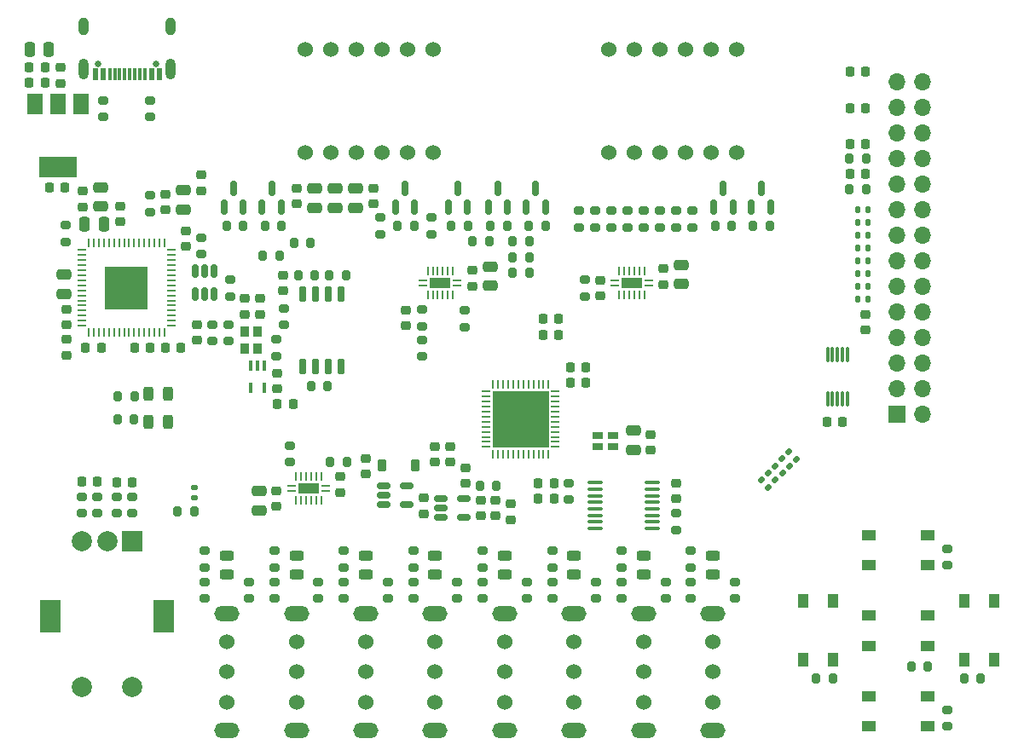
<source format=gbr>
%TF.GenerationSoftware,KiCad,Pcbnew,7.0.7*%
%TF.CreationDate,2024-01-22T13:38:32-08:00*%
%TF.ProjectId,ProgrammaGull_Sandpiper,50726f67-7261-46d6-9d61-47756c6c5f53,rev?*%
%TF.SameCoordinates,Original*%
%TF.FileFunction,Soldermask,Top*%
%TF.FilePolarity,Negative*%
%FSLAX46Y46*%
G04 Gerber Fmt 4.6, Leading zero omitted, Abs format (unit mm)*
G04 Created by KiCad (PCBNEW 7.0.7) date 2024-01-22 13:38:32*
%MOMM*%
%LPD*%
G01*
G04 APERTURE LIST*
G04 Aperture macros list*
%AMRoundRect*
0 Rectangle with rounded corners*
0 $1 Rounding radius*
0 $2 $3 $4 $5 $6 $7 $8 $9 X,Y pos of 4 corners*
0 Add a 4 corners polygon primitive as box body*
4,1,4,$2,$3,$4,$5,$6,$7,$8,$9,$2,$3,0*
0 Add four circle primitives for the rounded corners*
1,1,$1+$1,$2,$3*
1,1,$1+$1,$4,$5*
1,1,$1+$1,$6,$7*
1,1,$1+$1,$8,$9*
0 Add four rect primitives between the rounded corners*
20,1,$1+$1,$2,$3,$4,$5,0*
20,1,$1+$1,$4,$5,$6,$7,0*
20,1,$1+$1,$6,$7,$8,$9,0*
20,1,$1+$1,$8,$9,$2,$3,0*%
G04 Aperture macros list end*
%ADD10C,1.524000*%
%ADD11O,2.500000X1.524000*%
%ADD12R,1.350000X1.100000*%
%ADD13RoundRect,0.200000X-0.275000X0.200000X-0.275000X-0.200000X0.275000X-0.200000X0.275000X0.200000X0*%
%ADD14RoundRect,0.200000X0.275000X-0.200000X0.275000X0.200000X-0.275000X0.200000X-0.275000X-0.200000X0*%
%ADD15RoundRect,0.200000X0.200000X0.275000X-0.200000X0.275000X-0.200000X-0.275000X0.200000X-0.275000X0*%
%ADD16RoundRect,0.048000X-0.152000X0.427000X-0.152000X-0.427000X0.152000X-0.427000X0.152000X0.427000X0*%
%ADD17RoundRect,0.135000X0.135000X0.185000X-0.135000X0.185000X-0.135000X-0.185000X0.135000X-0.185000X0*%
%ADD18RoundRect,0.225000X0.250000X-0.225000X0.250000X0.225000X-0.250000X0.225000X-0.250000X-0.225000X0*%
%ADD19RoundRect,0.225000X-0.250000X0.225000X-0.250000X-0.225000X0.250000X-0.225000X0.250000X0.225000X0*%
%ADD20RoundRect,0.250000X-0.475000X0.250000X-0.475000X-0.250000X0.475000X-0.250000X0.475000X0.250000X0*%
%ADD21RoundRect,0.150000X0.150000X-0.587500X0.150000X0.587500X-0.150000X0.587500X-0.150000X-0.587500X0*%
%ADD22C,0.650000*%
%ADD23R,0.600000X1.150000*%
%ADD24R,0.300000X1.150000*%
%ADD25O,1.000000X2.100000*%
%ADD26O,1.000000X1.800000*%
%ADD27RoundRect,0.225000X-0.225000X-0.250000X0.225000X-0.250000X0.225000X0.250000X-0.225000X0.250000X0*%
%ADD28RoundRect,0.135000X-0.226274X-0.035355X-0.035355X-0.226274X0.226274X0.035355X0.035355X0.226274X0*%
%ADD29RoundRect,0.200000X-0.200000X-0.275000X0.200000X-0.275000X0.200000X0.275000X-0.200000X0.275000X0*%
%ADD30R,1.100000X1.350000*%
%ADD31RoundRect,0.062500X-0.350000X0.062500X-0.350000X-0.062500X0.350000X-0.062500X0.350000X0.062500X0*%
%ADD32RoundRect,0.062500X-0.062500X0.350000X-0.062500X-0.350000X0.062500X-0.350000X0.062500X0.350000X0*%
%ADD33R,2.000000X1.000000*%
%ADD34RoundRect,0.100000X-0.637500X-0.100000X0.637500X-0.100000X0.637500X0.100000X-0.637500X0.100000X0*%
%ADD35RoundRect,0.243750X0.456250X-0.243750X0.456250X0.243750X-0.456250X0.243750X-0.456250X-0.243750X0*%
%ADD36RoundRect,0.135000X-0.135000X-0.185000X0.135000X-0.185000X0.135000X0.185000X-0.135000X0.185000X0*%
%ADD37RoundRect,0.150000X-0.512500X-0.150000X0.512500X-0.150000X0.512500X0.150000X-0.512500X0.150000X0*%
%ADD38RoundRect,0.250000X0.250000X0.475000X-0.250000X0.475000X-0.250000X-0.475000X0.250000X-0.475000X0*%
%ADD39RoundRect,0.250000X0.475000X-0.250000X0.475000X0.250000X-0.475000X0.250000X-0.475000X-0.250000X0*%
%ADD40RoundRect,0.075000X0.075000X-0.650000X0.075000X0.650000X-0.075000X0.650000X-0.075000X-0.650000X0*%
%ADD41O,1.700000X1.700000*%
%ADD42R,1.700000X1.700000*%
%ADD43RoundRect,0.225000X0.225000X0.250000X-0.225000X0.250000X-0.225000X-0.250000X0.225000X-0.250000X0*%
%ADD44RoundRect,0.243750X-0.243750X-0.456250X0.243750X-0.456250X0.243750X0.456250X-0.243750X0.456250X0*%
%ADD45RoundRect,0.062500X-0.062500X0.375000X-0.062500X-0.375000X0.062500X-0.375000X0.062500X0.375000X0*%
%ADD46RoundRect,0.062500X-0.375000X0.062500X-0.375000X-0.062500X0.375000X-0.062500X0.375000X0.062500X0*%
%ADD47R,5.600000X5.600000*%
%ADD48RoundRect,0.135000X-0.185000X0.135000X-0.185000X-0.135000X0.185000X-0.135000X0.185000X0.135000X0*%
%ADD49RoundRect,0.225000X0.225000X0.375000X-0.225000X0.375000X-0.225000X-0.375000X0.225000X-0.375000X0*%
%ADD50RoundRect,0.062500X0.350000X-0.062500X0.350000X0.062500X-0.350000X0.062500X-0.350000X-0.062500X0*%
%ADD51RoundRect,0.062500X0.062500X-0.350000X0.062500X0.350000X-0.062500X0.350000X-0.062500X-0.350000X0*%
%ADD52R,1.500000X2.000000*%
%ADD53R,3.800000X2.000000*%
%ADD54RoundRect,0.218750X0.256250X-0.218750X0.256250X0.218750X-0.256250X0.218750X-0.256250X-0.218750X0*%
%ADD55R,0.900000X1.100000*%
%ADD56RoundRect,0.150000X0.150000X-0.512500X0.150000X0.512500X-0.150000X0.512500X-0.150000X-0.512500X0*%
%ADD57RoundRect,0.062500X-0.062500X0.337500X-0.062500X-0.337500X0.062500X-0.337500X0.062500X0.337500X0*%
%ADD58RoundRect,0.062500X-0.337500X0.062500X-0.337500X-0.062500X0.337500X-0.062500X0.337500X0.062500X0*%
%ADD59R,4.350000X4.350000*%
%ADD60RoundRect,0.150000X0.150000X-0.650000X0.150000X0.650000X-0.150000X0.650000X-0.150000X-0.650000X0*%
%ADD61R,1.000000X0.800000*%
%ADD62R,2.000000X2.000000*%
%ADD63C,2.000000*%
%ADD64R,2.000000X3.200000*%
G04 APERTURE END LIST*
D10*
%TO.C,SW5*%
X59600000Y-88600000D03*
X59600000Y-91600000D03*
X59600000Y-94600000D03*
D11*
X59600000Y-85800000D03*
X59600000Y-97400000D03*
%TD*%
D12*
%TO.C,SW10*%
X109575000Y-94000000D03*
X115425000Y-94000000D03*
X109575000Y-97000000D03*
X115425000Y-97000000D03*
%TD*%
D13*
%TO.C,R12*%
X64300000Y-82675000D03*
X64300000Y-84325000D03*
%TD*%
D14*
%TO.C,R19*%
X89400000Y-84325000D03*
X89400000Y-82675000D03*
%TD*%
D15*
%TO.C,R84*%
X109275000Y-43680000D03*
X107625000Y-43680000D03*
%TD*%
D16*
%TO.C,U2*%
X49500000Y-61200000D03*
X48850000Y-61200000D03*
X48200000Y-61200000D03*
X48200000Y-63400000D03*
X49500000Y-63400000D03*
%TD*%
D13*
%TO.C,R77*%
X36405000Y-74205000D03*
X36405000Y-75855000D03*
%TD*%
D17*
%TO.C,R93*%
X109510000Y-48260000D03*
X108490000Y-48260000D03*
%TD*%
D10*
%TO.C,SW4*%
X66500000Y-88600000D03*
X66500000Y-91600000D03*
X66500000Y-94600000D03*
D11*
X66500000Y-85800000D03*
X66500000Y-97400000D03*
%TD*%
D18*
%TO.C,C28*%
X87900000Y-69575000D03*
X87900000Y-68025000D03*
%TD*%
D14*
%TO.C,R13*%
X68700000Y-84325000D03*
X68700000Y-82675000D03*
%TD*%
%TO.C,R55*%
X43600000Y-81225000D03*
X43600000Y-79575000D03*
%TD*%
D19*
%TO.C,C5*%
X69500000Y-71325000D03*
X69500000Y-72875000D03*
%TD*%
D10*
%TO.C,SW0*%
X94100000Y-88600000D03*
X94100000Y-91600000D03*
X94100000Y-94600000D03*
D11*
X94100000Y-85800000D03*
X94100000Y-97400000D03*
%TD*%
D20*
%TO.C,C57*%
X58590000Y-43600000D03*
X58590000Y-45500000D03*
%TD*%
D14*
%TO.C,R17*%
X82500000Y-84325000D03*
X82500000Y-82675000D03*
%TD*%
D13*
%TO.C,R51*%
X65150000Y-55625000D03*
X65150000Y-57275000D03*
%TD*%
D21*
%TO.C,Q4*%
X67800000Y-45437500D03*
X69700000Y-45437500D03*
X68750000Y-43562500D03*
%TD*%
D22*
%TO.C,P1*%
X38810000Y-31180000D03*
X33030000Y-31180000D03*
D23*
X39120000Y-32255000D03*
X38320000Y-32255000D03*
D24*
X37170000Y-32255000D03*
X36170000Y-32255000D03*
X35670000Y-32255000D03*
X34670000Y-32255000D03*
D23*
X33520000Y-32255000D03*
X32720000Y-32255000D03*
X32720000Y-32255000D03*
X33520000Y-32255000D03*
D24*
X34170000Y-32255000D03*
X35170000Y-32255000D03*
X36670000Y-32255000D03*
X37670000Y-32255000D03*
D23*
X38320000Y-32255000D03*
X39120000Y-32255000D03*
D25*
X40240000Y-31680000D03*
D26*
X40240000Y-27500000D03*
D25*
X31600000Y-31680000D03*
D26*
X31600000Y-27500000D03*
%TD*%
D27*
%TO.C,C39*%
X34850000Y-72740000D03*
X36400000Y-72740000D03*
%TD*%
D14*
%TO.C,R33*%
X46000000Y-58725000D03*
X46000000Y-57075000D03*
%TD*%
D18*
%TO.C,C13*%
X35200000Y-46850000D03*
X35200000Y-45300000D03*
%TD*%
%TO.C,C9*%
X51410000Y-53730000D03*
X51410000Y-52180000D03*
%TD*%
D20*
%TO.C,C58*%
X56550000Y-43600000D03*
X56550000Y-45500000D03*
%TD*%
D18*
%TO.C,C44*%
X109200000Y-57645000D03*
X109200000Y-56095000D03*
%TD*%
D15*
%TO.C,R5*%
X72587500Y-73075000D03*
X70937500Y-73075000D03*
%TD*%
D19*
%TO.C,C16*%
X42800000Y-57125000D03*
X42800000Y-58675000D03*
%TD*%
D15*
%TO.C,R26*%
X120665000Y-92250000D03*
X119015000Y-92250000D03*
%TD*%
D18*
%TO.C,C11*%
X41700000Y-49325000D03*
X41700000Y-47775000D03*
%TD*%
D10*
%TO.C,SW2*%
X80300000Y-88600000D03*
X80300000Y-91600000D03*
X80300000Y-94600000D03*
D11*
X80300000Y-85800000D03*
X80300000Y-97400000D03*
%TD*%
D28*
%TO.C,R25*%
X99549376Y-71839376D03*
X100270624Y-72560624D03*
%TD*%
D29*
%TO.C,R70*%
X62775000Y-47300000D03*
X64425000Y-47300000D03*
%TD*%
D15*
%TO.C,R85*%
X36600000Y-66500000D03*
X34950000Y-66500000D03*
%TD*%
D13*
%TO.C,R16*%
X78100000Y-82675000D03*
X78100000Y-84325000D03*
%TD*%
D30*
%TO.C,SW12*%
X103000000Y-90425000D03*
X103000000Y-84575000D03*
X106000000Y-90425000D03*
X106000000Y-84575000D03*
%TD*%
D19*
%TO.C,C46*%
X29850000Y-58575000D03*
X29850000Y-60125000D03*
%TD*%
D31*
%TO.C,U3*%
X68687500Y-52750000D03*
D32*
X68250000Y-51812500D03*
X67750000Y-51812500D03*
X67250000Y-51812500D03*
X66750000Y-51812500D03*
X66250000Y-51812500D03*
X65750000Y-51812500D03*
D31*
X65312500Y-52750000D03*
X65312500Y-53250000D03*
D32*
X65750000Y-54187500D03*
X66250000Y-54187500D03*
X66750000Y-54187500D03*
X67250000Y-54187500D03*
X67750000Y-54187500D03*
X68250000Y-54187500D03*
D31*
X68687500Y-53250000D03*
D33*
X67000000Y-53000000D03*
%TD*%
D14*
%TO.C,R30*%
X79750000Y-74475000D03*
X79750000Y-72825000D03*
%TD*%
D34*
%TO.C,U9*%
X82350000Y-72800000D03*
X82350000Y-73450000D03*
X82350000Y-74100000D03*
X82350000Y-74750000D03*
X82350000Y-75400000D03*
X82350000Y-76050000D03*
X82350000Y-76700000D03*
X82350000Y-77350000D03*
X88075000Y-77350000D03*
X88075000Y-76700000D03*
X88075000Y-76050000D03*
X88075000Y-75400000D03*
X88075000Y-74750000D03*
X88075000Y-74100000D03*
X88075000Y-73450000D03*
X88075000Y-72800000D03*
%TD*%
D14*
%TO.C,R6*%
X48000000Y-84325000D03*
X48000000Y-82675000D03*
%TD*%
D35*
%TO.C,D9*%
X94100000Y-81937500D03*
X94100000Y-80062500D03*
%TD*%
D36*
%TO.C,R98*%
X108490000Y-49530000D03*
X109510000Y-49530000D03*
%TD*%
D37*
%TO.C,U5*%
X61350000Y-73100000D03*
X61350000Y-74050000D03*
X61350000Y-75000000D03*
X63625000Y-75000000D03*
X63625000Y-73100000D03*
%TD*%
D14*
%TO.C,R9*%
X54900000Y-84325000D03*
X54900000Y-82675000D03*
%TD*%
D15*
%TO.C,R90*%
X75825000Y-51950000D03*
X74175000Y-51950000D03*
%TD*%
D13*
%TO.C,R10*%
X57400000Y-82675000D03*
X57400000Y-84325000D03*
%TD*%
D15*
%TO.C,R83*%
X109275000Y-40640000D03*
X107625000Y-40640000D03*
%TD*%
D38*
%TO.C,C10*%
X33600000Y-47150000D03*
X31700000Y-47150000D03*
%TD*%
D28*
%TO.C,R23*%
X100939376Y-70439376D03*
X101660624Y-71160624D03*
%TD*%
D39*
%TO.C,C15*%
X41500000Y-45650000D03*
X41500000Y-43750000D03*
%TD*%
D14*
%TO.C,R34*%
X43300000Y-50125000D03*
X43300000Y-48475000D03*
%TD*%
D19*
%TO.C,C56*%
X74000000Y-74925000D03*
X74000000Y-76475000D03*
%TD*%
D39*
%TO.C,C27*%
X86150000Y-69550000D03*
X86150000Y-67650000D03*
%TD*%
D14*
%TO.C,R4*%
X33510000Y-36480000D03*
X33510000Y-34830000D03*
%TD*%
%TO.C,R3*%
X38210000Y-36480000D03*
X38210000Y-34830000D03*
%TD*%
D35*
%TO.C,D2*%
X45800000Y-81937500D03*
X45800000Y-80062500D03*
%TD*%
D18*
%TO.C,C55*%
X29850000Y-57125000D03*
X29850000Y-55575000D03*
%TD*%
D27*
%TO.C,C19*%
X79925000Y-62850000D03*
X81475000Y-62850000D03*
%TD*%
%TO.C,C40*%
X105375000Y-66800000D03*
X106925000Y-66800000D03*
%TD*%
D13*
%TO.C,R47*%
X87200000Y-45775000D03*
X87200000Y-47425000D03*
%TD*%
D28*
%TO.C,R29*%
X98850000Y-72550000D03*
X99571248Y-73271248D03*
%TD*%
D21*
%TO.C,Q6*%
X75525000Y-45437500D03*
X77425000Y-45437500D03*
X76475000Y-43562500D03*
%TD*%
D14*
%TO.C,R21*%
X96300000Y-84325000D03*
X96300000Y-82675000D03*
%TD*%
%TO.C,R60*%
X78100000Y-81200000D03*
X78100000Y-79550000D03*
%TD*%
D18*
%TO.C,C37*%
X82850000Y-54225000D03*
X82850000Y-52675000D03*
%TD*%
D40*
%TO.C,U11*%
X105450000Y-64455000D03*
X105950000Y-64455000D03*
X106450000Y-64455000D03*
X106950000Y-64455000D03*
X107450000Y-64455000D03*
X107450000Y-60055000D03*
X106950000Y-60055000D03*
X106450000Y-60055000D03*
X105950000Y-60055000D03*
X105450000Y-60055000D03*
%TD*%
D37*
%TO.C,U4*%
X67062500Y-74375000D03*
X67062500Y-75325000D03*
X67062500Y-76275000D03*
X69337500Y-76275000D03*
X69337500Y-74375000D03*
%TD*%
D39*
%TO.C,C35*%
X72000000Y-53250000D03*
X72000000Y-51350000D03*
%TD*%
D19*
%TO.C,C29*%
X50750000Y-73585000D03*
X50750000Y-75135000D03*
%TD*%
D13*
%TO.C,R75*%
X31400000Y-74205000D03*
X31400000Y-75855000D03*
%TD*%
D27*
%TO.C,C23*%
X76725000Y-74400000D03*
X78275000Y-74400000D03*
%TD*%
D29*
%TO.C,R67*%
X45775000Y-47300000D03*
X47425000Y-47300000D03*
%TD*%
D10*
%TO.C,SW1*%
X87200000Y-88600000D03*
X87200000Y-91600000D03*
X87200000Y-94600000D03*
D11*
X87200000Y-85800000D03*
X87200000Y-97400000D03*
%TD*%
D35*
%TO.C,D6*%
X73400000Y-81937500D03*
X73400000Y-80062500D03*
%TD*%
D29*
%TO.C,R79*%
X113775000Y-91040000D03*
X115425000Y-91040000D03*
%TD*%
D41*
%TO.C,J1*%
X114875000Y-33020000D03*
X112335000Y-33020000D03*
X114875000Y-35560000D03*
X112335000Y-35560000D03*
X114875000Y-38100000D03*
X112335000Y-38100000D03*
X114875000Y-40640000D03*
X112335000Y-40640000D03*
X114875000Y-43180000D03*
X112335000Y-43180000D03*
X114875000Y-45720000D03*
X112335000Y-45720000D03*
X114875000Y-48260000D03*
X112335000Y-48260000D03*
X114875000Y-50800000D03*
X112335000Y-50800000D03*
X114875000Y-53340000D03*
X112335000Y-53340000D03*
X114875000Y-55880000D03*
X112335000Y-55880000D03*
X114875000Y-58420000D03*
X112335000Y-58420000D03*
X114875000Y-60960000D03*
X112335000Y-60960000D03*
X114875000Y-63500000D03*
X112335000Y-63500000D03*
X114875000Y-66040000D03*
D42*
X112335000Y-66040000D03*
%TD*%
D36*
%TO.C,R96*%
X108490000Y-54610000D03*
X109510000Y-54610000D03*
%TD*%
D43*
%TO.C,C47*%
X41250000Y-59400000D03*
X39700000Y-59400000D03*
%TD*%
D19*
%TO.C,C20*%
X68000000Y-69200000D03*
X68000000Y-70750000D03*
%TD*%
%TO.C,C31*%
X57060000Y-72205000D03*
X57060000Y-73755000D03*
%TD*%
D13*
%TO.C,R91*%
X66150000Y-46475000D03*
X66150000Y-48125000D03*
%TD*%
%TO.C,R89*%
X61000000Y-46475000D03*
X61000000Y-48125000D03*
%TD*%
D39*
%TO.C,C33*%
X90950000Y-53050000D03*
X90950000Y-51150000D03*
%TD*%
D29*
%TO.C,R63*%
X40905000Y-75620000D03*
X42555000Y-75620000D03*
%TD*%
D44*
%TO.C,D11*%
X38050000Y-66750000D03*
X39925000Y-66750000D03*
%TD*%
D21*
%TO.C,Q2*%
X49300000Y-45437500D03*
X51200000Y-45437500D03*
X50250000Y-43562500D03*
%TD*%
D45*
%TO.C,U1*%
X77750000Y-63062500D03*
X77250000Y-63062500D03*
X76750000Y-63062500D03*
X76250000Y-63062500D03*
X75750000Y-63062500D03*
X75250000Y-63062500D03*
X74750000Y-63062500D03*
X74250000Y-63062500D03*
X73750000Y-63062500D03*
X73250000Y-63062500D03*
X72750000Y-63062500D03*
X72250000Y-63062500D03*
D46*
X71562500Y-63750000D03*
X71562500Y-64250000D03*
X71562500Y-64750000D03*
X71562500Y-65250000D03*
X71562500Y-65750000D03*
X71562500Y-66250000D03*
X71562500Y-66750000D03*
X71562500Y-67250000D03*
X71562500Y-67750000D03*
X71562500Y-68250000D03*
X71562500Y-68750000D03*
X71562500Y-69250000D03*
D45*
X72250000Y-69937500D03*
X72750000Y-69937500D03*
X73250000Y-69937500D03*
X73750000Y-69937500D03*
X74250000Y-69937500D03*
X74750000Y-69937500D03*
X75250000Y-69937500D03*
X75750000Y-69937500D03*
X76250000Y-69937500D03*
X76750000Y-69937500D03*
X77250000Y-69937500D03*
X77750000Y-69937500D03*
D46*
X78437500Y-69250000D03*
X78437500Y-68750000D03*
X78437500Y-68250000D03*
X78437500Y-67750000D03*
X78437500Y-67250000D03*
X78437500Y-66750000D03*
X78437500Y-66250000D03*
X78437500Y-65750000D03*
X78437500Y-65250000D03*
X78437500Y-64750000D03*
X78437500Y-64250000D03*
X78437500Y-63750000D03*
D47*
X75000000Y-66500000D03*
%TD*%
D48*
%TO.C,R64*%
X42550000Y-73295000D03*
X42550000Y-74315000D03*
%TD*%
D14*
%TO.C,R37*%
X44400000Y-58725000D03*
X44400000Y-57075000D03*
%TD*%
D43*
%TO.C,C46*%
X33325000Y-59400000D03*
X31775000Y-59400000D03*
%TD*%
D13*
%TO.C,R22*%
X117340000Y-79345000D03*
X117340000Y-80995000D03*
%TD*%
%TO.C,R43*%
X80800000Y-45775000D03*
X80800000Y-47425000D03*
%TD*%
D19*
%TO.C,C8*%
X72500000Y-74525000D03*
X72500000Y-76075000D03*
%TD*%
D18*
%TO.C,C14*%
X39700000Y-45675000D03*
X39700000Y-44125000D03*
%TD*%
D13*
%TO.C,R18*%
X85000000Y-82675000D03*
X85000000Y-84325000D03*
%TD*%
D21*
%TO.C,Q8*%
X97900000Y-45437500D03*
X99800000Y-45437500D03*
X98850000Y-43562500D03*
%TD*%
D31*
%TO.C,U12*%
X87687500Y-52750000D03*
D32*
X87250000Y-51812500D03*
X86750000Y-51812500D03*
X86250000Y-51812500D03*
X85750000Y-51812500D03*
X85250000Y-51812500D03*
X84750000Y-51812500D03*
D31*
X84312500Y-52750000D03*
X84312500Y-53250000D03*
D32*
X84750000Y-54187500D03*
X85250000Y-54187500D03*
X85750000Y-54187500D03*
X86250000Y-54187500D03*
X86750000Y-54187500D03*
X87250000Y-54187500D03*
D31*
X87687500Y-53250000D03*
D33*
X86000000Y-53000000D03*
%TD*%
D15*
%TO.C,R86*%
X36650000Y-64200000D03*
X35000000Y-64200000D03*
%TD*%
D19*
%TO.C,C7*%
X90400000Y-72825000D03*
X90400000Y-74375000D03*
%TD*%
D49*
%TO.C,D1*%
X64475000Y-71100000D03*
X61175000Y-71100000D03*
%TD*%
D10*
%TO.C,SW6*%
X52700000Y-88600000D03*
X52700000Y-91600000D03*
X52700000Y-94600000D03*
D11*
X52700000Y-85800000D03*
X52700000Y-97400000D03*
%TD*%
D35*
%TO.C,D7*%
X80300000Y-81937500D03*
X80300000Y-80062500D03*
%TD*%
D13*
%TO.C,R44*%
X82400000Y-45775000D03*
X82400000Y-47425000D03*
%TD*%
D29*
%TO.C,R68*%
X49600000Y-47300000D03*
X51250000Y-47300000D03*
%TD*%
D10*
%TO.C,SW7*%
X45800000Y-88600000D03*
X45800000Y-91600000D03*
X45800000Y-94600000D03*
D11*
X45800000Y-85800000D03*
X45800000Y-97400000D03*
%TD*%
D50*
%TO.C,U13*%
X52235000Y-73610000D03*
D51*
X52672500Y-74547500D03*
X53172500Y-74547500D03*
X53672500Y-74547500D03*
X54172500Y-74547500D03*
X54672500Y-74547500D03*
X55172500Y-74547500D03*
D50*
X55610000Y-73610000D03*
X55610000Y-73110000D03*
D51*
X55172500Y-72172500D03*
X54672500Y-72172500D03*
X54172500Y-72172500D03*
X53672500Y-72172500D03*
X53172500Y-72172500D03*
X52672500Y-72172500D03*
D50*
X52235000Y-73110000D03*
D33*
X53922500Y-73360000D03*
%TD*%
D10*
%TO.C,U8*%
X53600000Y-40000000D03*
X56140000Y-40000000D03*
X58680000Y-40000000D03*
X61220000Y-40000000D03*
X63760000Y-40000000D03*
X66300000Y-40000000D03*
X66300000Y-29740000D03*
X63760000Y-29740000D03*
X61220000Y-29740000D03*
X58680000Y-29740000D03*
X56140000Y-29740000D03*
X53600000Y-29740000D03*
%TD*%
D52*
%TO.C,U15*%
X31350000Y-35150000D03*
X29050000Y-35150000D03*
D53*
X29050000Y-41450000D03*
D52*
X26750000Y-35150000D03*
%TD*%
D27*
%TO.C,C48*%
X77200000Y-56500000D03*
X78750000Y-56500000D03*
%TD*%
D14*
%TO.C,R57*%
X57400000Y-81225000D03*
X57400000Y-79575000D03*
%TD*%
D54*
%TO.C,FB1*%
X31500000Y-45387500D03*
X31500000Y-43812500D03*
%TD*%
D29*
%TO.C,R65*%
X56075000Y-70700000D03*
X57725000Y-70700000D03*
%TD*%
%TO.C,R74*%
X98075000Y-47300000D03*
X99725000Y-47300000D03*
%TD*%
D13*
%TO.C,R76*%
X32950000Y-74205000D03*
X32950000Y-75855000D03*
%TD*%
D21*
%TO.C,Q7*%
X94150000Y-45437500D03*
X96050000Y-45437500D03*
X95100000Y-43562500D03*
%TD*%
D13*
%TO.C,R49*%
X90400000Y-45775000D03*
X90400000Y-47425000D03*
%TD*%
D27*
%TO.C,C22*%
X76725000Y-72900000D03*
X78275000Y-72900000D03*
%TD*%
D14*
%TO.C,R59*%
X71200000Y-81225000D03*
X71200000Y-79575000D03*
%TD*%
D29*
%TO.C,R69*%
X68075000Y-47300000D03*
X69725000Y-47300000D03*
%TD*%
D13*
%TO.C,R31*%
X90400000Y-75825000D03*
X90400000Y-77475000D03*
%TD*%
D15*
%TO.C,R2*%
X71875000Y-48850000D03*
X70225000Y-48850000D03*
%TD*%
D55*
%TO.C,X1*%
X47550000Y-57750000D03*
X47550000Y-59450000D03*
X48850000Y-59450000D03*
X48850000Y-57750000D03*
%TD*%
D19*
%TO.C,C1*%
X29250000Y-31575000D03*
X29250000Y-33125000D03*
%TD*%
D35*
%TO.C,D4*%
X59600000Y-81937500D03*
X59600000Y-80062500D03*
%TD*%
%TO.C,D5*%
X66500000Y-81937500D03*
X66500000Y-80062500D03*
%TD*%
D15*
%TO.C,R40*%
X55825000Y-63200000D03*
X54175000Y-63200000D03*
%TD*%
D56*
%TO.C,U6*%
X42650000Y-54037500D03*
X43600000Y-54037500D03*
X44550000Y-54037500D03*
X44550000Y-51762500D03*
X43600000Y-51762500D03*
X42650000Y-51762500D03*
%TD*%
D36*
%TO.C,R97*%
X108490000Y-52070000D03*
X109510000Y-52070000D03*
%TD*%
D19*
%TO.C,C60*%
X52750000Y-43575000D03*
X52750000Y-45125000D03*
%TD*%
D39*
%TO.C,C12*%
X33300000Y-45350000D03*
X33300000Y-43450000D03*
%TD*%
D14*
%TO.C,R15*%
X75600000Y-84325000D03*
X75600000Y-82675000D03*
%TD*%
D29*
%TO.C,R87*%
X52475000Y-49000000D03*
X54125000Y-49000000D03*
%TD*%
D38*
%TO.C,C25*%
X28100000Y-29750000D03*
X26200000Y-29750000D03*
%TD*%
D57*
%TO.C,U7*%
X39600000Y-49000000D03*
X39100000Y-49000000D03*
X38600000Y-49000000D03*
X38100000Y-49000000D03*
X37600000Y-49000000D03*
X37100000Y-49000000D03*
X36600000Y-49000000D03*
X36100000Y-49000000D03*
X35600000Y-49000000D03*
X35100000Y-49000000D03*
X34600000Y-49000000D03*
X34100000Y-49000000D03*
X33600000Y-49000000D03*
X33100000Y-49000000D03*
X32600000Y-49000000D03*
X32100000Y-49000000D03*
D58*
X31400000Y-49700000D03*
X31400000Y-50200000D03*
X31400000Y-50700000D03*
X31400000Y-51200000D03*
X31400000Y-51700000D03*
X31400000Y-52200000D03*
X31400000Y-52700000D03*
X31400000Y-53200000D03*
X31400000Y-53700000D03*
X31400000Y-54200000D03*
X31400000Y-54700000D03*
X31400000Y-55200000D03*
X31400000Y-55700000D03*
X31400000Y-56200000D03*
X31400000Y-56700000D03*
X31400000Y-57200000D03*
D57*
X32100000Y-57900000D03*
X32600000Y-57900000D03*
X33100000Y-57900000D03*
X33600000Y-57900000D03*
X34100000Y-57900000D03*
X34600000Y-57900000D03*
X35100000Y-57900000D03*
X35600000Y-57900000D03*
X36100000Y-57900000D03*
X36600000Y-57900000D03*
X37100000Y-57900000D03*
X37600000Y-57900000D03*
X38100000Y-57900000D03*
X38600000Y-57900000D03*
X39100000Y-57900000D03*
X39600000Y-57900000D03*
D58*
X40300000Y-57200000D03*
X40300000Y-56700000D03*
X40300000Y-56200000D03*
X40300000Y-55700000D03*
X40300000Y-55200000D03*
X40300000Y-54700000D03*
X40300000Y-54200000D03*
X40300000Y-53700000D03*
X40300000Y-53200000D03*
X40300000Y-52700000D03*
X40300000Y-52200000D03*
X40300000Y-51700000D03*
X40300000Y-51200000D03*
X40300000Y-50700000D03*
X40300000Y-50200000D03*
X40300000Y-49700000D03*
D59*
X35850000Y-53450000D03*
%TD*%
D15*
%TO.C,R54*%
X75825000Y-48850000D03*
X74175000Y-48850000D03*
%TD*%
D13*
%TO.C,R36*%
X46150000Y-52625000D03*
X46150000Y-54275000D03*
%TD*%
D29*
%TO.C,R71*%
X72000000Y-47300000D03*
X73650000Y-47300000D03*
%TD*%
D43*
%TO.C,C43*%
X109225000Y-35570000D03*
X107675000Y-35570000D03*
%TD*%
D14*
%TO.C,R61*%
X85000000Y-81225000D03*
X85000000Y-79575000D03*
%TD*%
D12*
%TO.C,SW9*%
X109575000Y-78000000D03*
X115425000Y-78000000D03*
X109575000Y-81000000D03*
X115425000Y-81000000D03*
%TD*%
D43*
%TO.C,C26*%
X27725000Y-31550000D03*
X26175000Y-31550000D03*
%TD*%
D10*
%TO.C,U10*%
X83700000Y-40000000D03*
X86240000Y-40000000D03*
X88780000Y-40000000D03*
X91320000Y-40000000D03*
X93860000Y-40000000D03*
X96400000Y-40000000D03*
X96400000Y-29740000D03*
X93860000Y-29740000D03*
X91320000Y-29740000D03*
X88780000Y-29740000D03*
X86240000Y-29740000D03*
X83700000Y-29740000D03*
%TD*%
D29*
%TO.C,R35*%
X49375000Y-50250000D03*
X51025000Y-50250000D03*
%TD*%
D13*
%TO.C,R24*%
X117340000Y-95345000D03*
X117340000Y-96995000D03*
%TD*%
D19*
%TO.C,C36*%
X63600000Y-55675000D03*
X63600000Y-57225000D03*
%TD*%
D14*
%TO.C,R58*%
X64300000Y-81225000D03*
X64300000Y-79575000D03*
%TD*%
D12*
%TO.C,SW13*%
X109575000Y-86000000D03*
X115425000Y-86000000D03*
X109575000Y-89000000D03*
X115425000Y-89000000D03*
%TD*%
D19*
%TO.C,C21*%
X66500000Y-69200000D03*
X66500000Y-70750000D03*
%TD*%
D14*
%TO.C,R66*%
X52100000Y-70775000D03*
X52100000Y-69125000D03*
%TD*%
D15*
%TO.C,R41*%
X54525000Y-52200000D03*
X52875000Y-52200000D03*
%TD*%
D60*
%TO.C,U14*%
X53295000Y-61300000D03*
X54565000Y-61300000D03*
X55835000Y-61300000D03*
X57105000Y-61300000D03*
X57105000Y-54100000D03*
X55835000Y-54100000D03*
X54565000Y-54100000D03*
X53295000Y-54100000D03*
%TD*%
D61*
%TO.C,D10*%
X84162500Y-69200000D03*
X82662500Y-69200000D03*
X82662500Y-68100000D03*
X84162500Y-68100000D03*
%TD*%
D27*
%TO.C,C53*%
X50825000Y-65000000D03*
X52375000Y-65000000D03*
%TD*%
D13*
%TO.C,R38*%
X38200000Y-44275000D03*
X38200000Y-45925000D03*
%TD*%
D10*
%TO.C,SW3*%
X73400000Y-88600000D03*
X73400000Y-91600000D03*
X73400000Y-94600000D03*
D11*
X73400000Y-85800000D03*
X73400000Y-97400000D03*
%TD*%
D13*
%TO.C,R8*%
X50500000Y-82675000D03*
X50500000Y-84325000D03*
%TD*%
D29*
%TO.C,R73*%
X94275000Y-47300000D03*
X95925000Y-47300000D03*
%TD*%
D30*
%TO.C,SW11*%
X122000000Y-84575000D03*
X122000000Y-90425000D03*
X119000000Y-84575000D03*
X119000000Y-90425000D03*
%TD*%
D13*
%TO.C,R14*%
X71200000Y-82675000D03*
X71200000Y-84325000D03*
%TD*%
D14*
%TO.C,R32*%
X51500000Y-57125000D03*
X51500000Y-55475000D03*
%TD*%
%TO.C,R11*%
X61800000Y-84325000D03*
X61800000Y-82675000D03*
%TD*%
D19*
%TO.C,C61*%
X60350000Y-43525000D03*
X60350000Y-45075000D03*
%TD*%
D43*
%TO.C,C4*%
X29725000Y-43450000D03*
X28175000Y-43450000D03*
%TD*%
D13*
%TO.C,R7*%
X43600000Y-82675000D03*
X43600000Y-84325000D03*
%TD*%
D28*
%TO.C,R80*%
X100249376Y-71139376D03*
X100970624Y-71860624D03*
%TD*%
D19*
%TO.C,C3*%
X65350000Y-74325000D03*
X65350000Y-75875000D03*
%TD*%
D18*
%TO.C,C2*%
X59630000Y-71955000D03*
X59630000Y-70405000D03*
%TD*%
D21*
%TO.C,Q3*%
X62550000Y-45437500D03*
X64450000Y-45437500D03*
X63500000Y-43562500D03*
%TD*%
D27*
%TO.C,C49*%
X77200000Y-58100000D03*
X78750000Y-58100000D03*
%TD*%
D14*
%TO.C,R62*%
X91900000Y-81225000D03*
X91900000Y-79575000D03*
%TD*%
D18*
%TO.C,C32*%
X89190000Y-53100000D03*
X89190000Y-51550000D03*
%TD*%
D13*
%TO.C,R48*%
X88800000Y-45775000D03*
X88800000Y-47425000D03*
%TD*%
D54*
%TO.C,FB2*%
X43250000Y-43787500D03*
X43250000Y-42212500D03*
%TD*%
D44*
%TO.C,D12*%
X38050000Y-63950000D03*
X39925000Y-63950000D03*
%TD*%
D35*
%TO.C,D8*%
X87200000Y-81937500D03*
X87200000Y-80062500D03*
%TD*%
D43*
%TO.C,C45*%
X109225000Y-42160000D03*
X107675000Y-42160000D03*
%TD*%
D36*
%TO.C,R99*%
X108490000Y-46990000D03*
X109510000Y-46990000D03*
%TD*%
D27*
%TO.C,C18*%
X79925000Y-61350000D03*
X81475000Y-61350000D03*
%TD*%
D14*
%TO.C,R1*%
X50750000Y-60225000D03*
X50750000Y-58575000D03*
%TD*%
D18*
%TO.C,C34*%
X70200000Y-53275000D03*
X70200000Y-51725000D03*
%TD*%
D17*
%TO.C,R95*%
X109510000Y-53340000D03*
X108490000Y-53340000D03*
%TD*%
D21*
%TO.C,Q5*%
X71775000Y-45437500D03*
X73675000Y-45437500D03*
X72725000Y-43562500D03*
%TD*%
D18*
%TO.C,C50*%
X47600000Y-56075000D03*
X47600000Y-54525000D03*
%TD*%
D43*
%TO.C,C41*%
X109200000Y-31970000D03*
X107650000Y-31970000D03*
%TD*%
D13*
%TO.C,R50*%
X92000000Y-45775000D03*
X92000000Y-47425000D03*
%TD*%
D43*
%TO.C,C38*%
X32950000Y-72730000D03*
X31400000Y-72730000D03*
%TD*%
D14*
%TO.C,R81*%
X65150000Y-60275000D03*
X65150000Y-58625000D03*
%TD*%
D18*
%TO.C,C52*%
X50800000Y-63475000D03*
X50800000Y-61925000D03*
%TD*%
D17*
%TO.C,R94*%
X109510000Y-50800000D03*
X108490000Y-50800000D03*
%TD*%
D28*
%TO.C,R27*%
X101630000Y-69740000D03*
X102351248Y-70461248D03*
%TD*%
D43*
%TO.C,C24*%
X27725000Y-33100000D03*
X26175000Y-33100000D03*
%TD*%
D13*
%TO.C,R39*%
X29800000Y-47225000D03*
X29800000Y-48875000D03*
%TD*%
D20*
%TO.C,C59*%
X54490000Y-43600000D03*
X54490000Y-45500000D03*
%TD*%
D13*
%TO.C,R20*%
X91900000Y-82675000D03*
X91900000Y-84325000D03*
%TD*%
D29*
%TO.C,R72*%
X75800000Y-47300000D03*
X77450000Y-47300000D03*
%TD*%
D62*
%TO.C,SW8*%
X36410000Y-78580000D03*
D63*
X31410000Y-78580000D03*
X33910000Y-78580000D03*
D64*
X39510000Y-86080000D03*
X28310000Y-86080000D03*
D63*
X31410000Y-93080000D03*
X36410000Y-93080000D03*
%TD*%
D21*
%TO.C,Q1*%
X45550000Y-45437500D03*
X47450000Y-45437500D03*
X46500000Y-43562500D03*
%TD*%
D14*
%TO.C,R56*%
X50500000Y-81225000D03*
X50500000Y-79575000D03*
%TD*%
D15*
%TO.C,R88*%
X75825000Y-50400000D03*
X74175000Y-50400000D03*
%TD*%
D19*
%TO.C,C6*%
X71000000Y-74550000D03*
X71000000Y-76100000D03*
%TD*%
D29*
%TO.C,R42*%
X55975000Y-52200000D03*
X57625000Y-52200000D03*
%TD*%
D14*
%TO.C,R52*%
X81350000Y-54275000D03*
X81350000Y-52625000D03*
%TD*%
D27*
%TO.C,C54*%
X36625000Y-59400000D03*
X38175000Y-59400000D03*
%TD*%
D17*
%TO.C,R92*%
X109510000Y-45720000D03*
X108490000Y-45720000D03*
%TD*%
D13*
%TO.C,R78*%
X34855000Y-74205000D03*
X34855000Y-75855000D03*
%TD*%
D20*
%TO.C,C17*%
X29600000Y-52150000D03*
X29600000Y-54050000D03*
%TD*%
D13*
%TO.C,R46*%
X85600000Y-45775000D03*
X85600000Y-47425000D03*
%TD*%
%TO.C,R45*%
X84000000Y-45775000D03*
X84000000Y-47425000D03*
%TD*%
D35*
%TO.C,D3*%
X52700000Y-81937500D03*
X52700000Y-80062500D03*
%TD*%
D20*
%TO.C,C30*%
X48980000Y-73630000D03*
X48980000Y-75530000D03*
%TD*%
D14*
%TO.C,R53*%
X69400000Y-57325000D03*
X69400000Y-55675000D03*
%TD*%
D18*
%TO.C,C51*%
X49100000Y-56075000D03*
X49100000Y-54525000D03*
%TD*%
D29*
%TO.C,R28*%
X104335000Y-92250000D03*
X105985000Y-92250000D03*
%TD*%
D43*
%TO.C,C42*%
X109225000Y-39120000D03*
X107675000Y-39120000D03*
%TD*%
M02*

</source>
